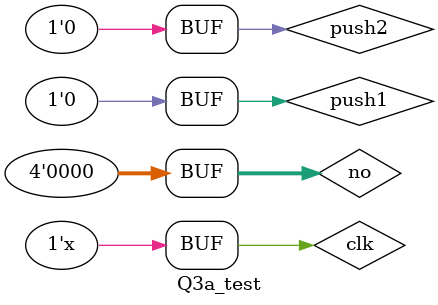
<source format=v>
`timescale 1ns / 1ps


module Q3a_test;

	// Inputs
	reg [3:0] no;
	reg push1;
	reg push2;
	reg clk;

	// Outputs
	wire ledpin;

	// Instantiate the Unit Under Test (UUT)
	eq4 uut (
		.no(no), 
		.push1(push1), 
		.push2(push2), 
		.clk(clk), 
		.ledpin(ledpin)
	);

	initial begin
		// Initialize Inputs
		no = 0;
		push1 = 0;
		push2 = 0;
		clk = 0;

		// Wait 100 ns for global reset to finish
		#100;
        
		// Add stimulus here

	end
   always begin
		#10 clk = !clk;
	end
endmodule


</source>
